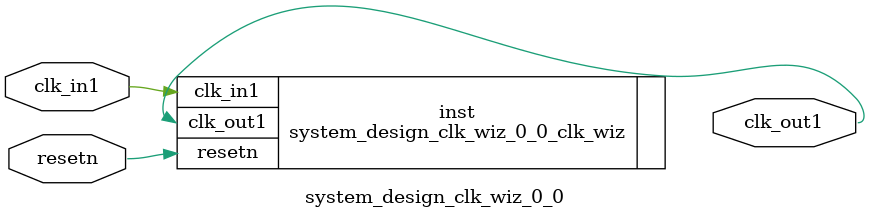
<source format=v>


`timescale 1ps/1ps

(* CORE_GENERATION_INFO = "system_design_clk_wiz_0_0,clk_wiz_v6_0_3_0_0,{component_name=system_design_clk_wiz_0_0,use_phase_alignment=true,use_min_o_jitter=false,use_max_i_jitter=false,use_dyn_phase_shift=false,use_inclk_switchover=false,use_dyn_reconfig=false,enable_axi=0,feedback_source=FDBK_AUTO,PRIMITIVE=MMCM,num_out_clk=1,clkin1_period=9.999,clkin2_period=10.000,use_power_down=false,use_reset=true,use_locked=false,use_inclk_stopped=false,feedback_type=SINGLE,CLOCK_MGR_TYPE=NA,manual_override=false}" *)

module system_design_clk_wiz_0_0 
 (
  // Clock out ports
  output        clk_out1,
  // Status and control signals
  input         resetn,
 // Clock in ports
  input         clk_in1
 );

  system_design_clk_wiz_0_0_clk_wiz inst
  (
  // Clock out ports  
  .clk_out1(clk_out1),
  // Status and control signals               
  .resetn(resetn), 
 // Clock in ports
  .clk_in1(clk_in1)
  );

endmodule

</source>
